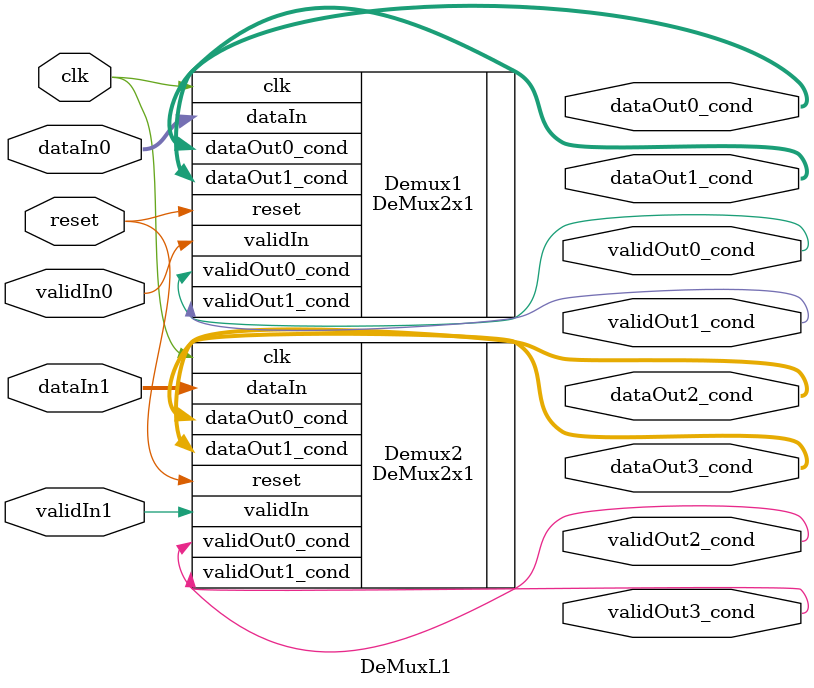
<source format=v>
`include "DeMux2x1.v"
module DeMuxL1(
    output [7:0]dataOut0_cond,
    output [7:0]dataOut1_cond,
    output [7:0]dataOut2_cond,
    output [7:0]dataOut3_cond,
    output validOut0_cond,
    output validOut1_cond,
    output validOut2_cond,
    output validOut3_cond,
    input [7:0]dataIn0,
    input [7:0]dataIn1,
    input validIn0,
    input validIn1,
    input clk,
    input reset);

    DeMux2x1 Demux1(
        //Outputs
        .dataOut0_cond  (dataOut0_cond[7:0]),
        .dataOut1_cond  (dataOut1_cond[7:0]),  
        .validOut0_cond (validOut0_cond),
        .validOut1_cond (validOut1_cond),
        //Inputs
        .dataIn    (dataIn0[7:0]),
        .validIn   (validIn0),
        .clk       (clk),
        .reset     (reset)
    );
    
    DeMux2x1 Demux2(
        //Outputs
        .dataOut0_cond  (dataOut2_cond[7:0]),
        .dataOut1_cond  (dataOut3_cond[7:0]),  
        .validOut0_cond (validOut2_cond),
        .validOut1_cond (validOut3_cond),
        //Inputs
        .dataIn    (dataIn1[7:0]),
        .validIn   (validIn1),
        .clk       (clk),
        .reset     (reset)
    );
endmodule

</source>
